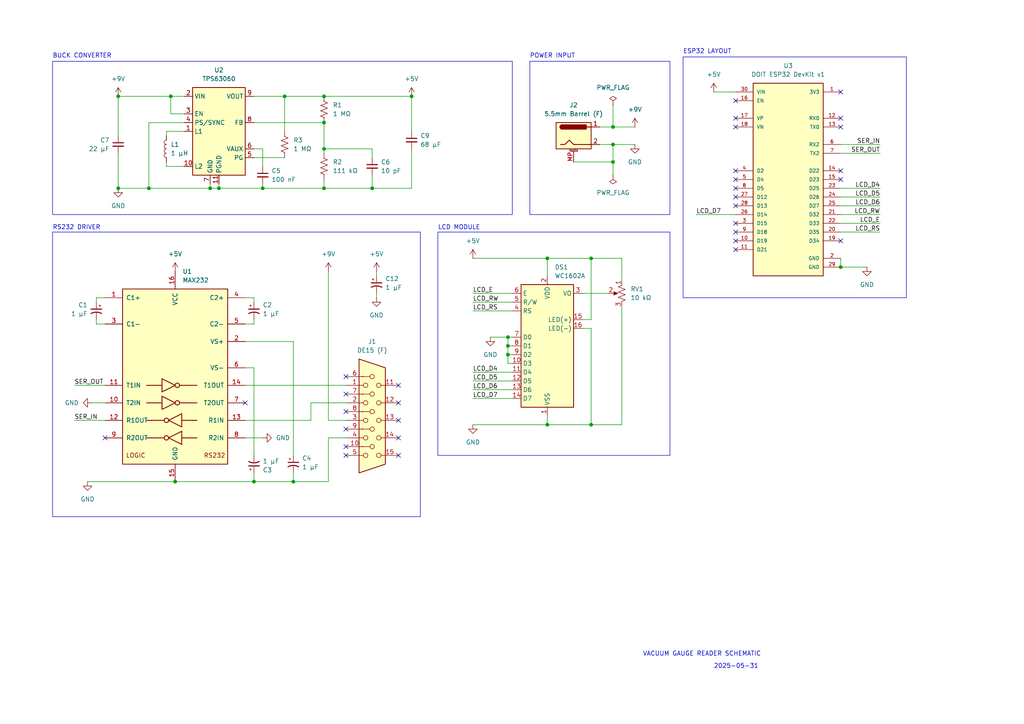
<source format=kicad_sch>
(kicad_sch (version 20250114) (generator "eeschema") (generator_version "9.0")
  (paper "A4")
  (lib_symbols
    (symbol "Connector:Barrel_Jack_MountingPin" (pin_names (hide yes))
      (property "Reference" "J" (at 0 5.334 0))
      (property "Value" "Barrel_Jack_MountingPin" (at 1.27 -6.35 0))
      (symbol "Barrel_Jack_MountingPin_0_1"
        (rectangle (start -5.08 3.81) (end 5.08 -3.81) (stroke (width 0.254)) (fill (type background)))
        (polyline (pts (xy -3.81 -2.54) (xy -2.54 -2.54) (xy -1.27 -1.27) (xy 0 -2.54) (xy 2.54 -2.54) (xy 5.08 -2.54)) (stroke (width 0.254)))
        (arc (start -3.302 1.905) (mid -3.9343 2.54) (end -3.302 3.175) (stroke (width 0.254)))
        (arc (start -3.302 1.905) (mid -3.9343 2.54) (end -3.302 3.175) (stroke (width 0.254)) (fill (type outline)))
        (rectangle (start 3.683 3.175) (end -3.302 1.905) (stroke (width 0.254)) (fill (type outline)))
        (polyline (pts (xy 5.08 2.54) (xy 3.81 2.54)) (stroke (width 0.254)))
      )
      (symbol "Barrel_Jack_MountingPin_1_1"
        (polyline (pts (xy -1.016 -4.572) (xy 1.016 -4.572)) (stroke (width 0.1524)))
        (text "Mounting" (at 0 -4.191 0) (effects (font (size 0.381 0.381))))
        (pin passive line (at 0 -7.62 90) (length 3.048) (name "MountPin") (number "MP"))
        (pin passive line (at 7.62 2.54 180) (length 2.54) (name "~") (number "1"))
        (pin passive line (at 7.62 -2.54 180) (length 2.54) (name "~") (number "2"))
      )
    )
    (symbol "Connector:DE15_Socket_HighDensity" (pin_names (offset 1.016) (hide yes))
      (property "Reference" "J" (at 0 21.59 0))
      (property "Value" "DE15_Socket_HighDensity" (at 0 19.05 0))
      (symbol "DE15_Socket_HighDensity_0_1"
        (polyline (pts (xy -3.81 17.78) (xy -3.81 -15.24) (xy 3.81 -12.7) (xy 3.81 15.24) (xy -3.81 17.78)) (stroke (width 0.254)) (fill (type background)))
        (polyline (pts (xy -3.175 7.62) (xy -0.635 7.62)))
        (circle (center -1.905 10.16) (radius 0.635))
        (circle (center -1.905 5.08) (radius 0.635))
        (circle (center -1.905 0) (radius 0.635))
        (circle (center -1.905 -5.08) (radius 0.635))
        (circle (center -1.905 -10.16) (radius 0.635))
        (polyline (pts (xy -0.635 12.7) (xy -3.175 12.7)))
        (polyline (pts (xy -0.635 2.54) (xy -3.175 2.54)))
        (polyline (pts (xy -0.635 -2.54) (xy -3.175 -2.54)))
        (polyline (pts (xy -0.635 -7.62) (xy -3.175 -7.62)))
        (circle (center 0 12.7) (radius 0.635))
        (circle (center 0 7.62) (radius 0.635))
        (circle (center 0 2.54) (radius 0.635))
        (circle (center 0 -2.54) (radius 0.635))
        (circle (center 0 -7.62) (radius 0.635))
        (circle (center 1.905 10.16) (radius 0.635))
        (circle (center 1.905 5.08) (radius 0.635))
        (circle (center 1.905 0) (radius 0.635))
        (circle (center 1.905 -5.08) (radius 0.635))
        (circle (center 1.905 -10.16) (radius 0.635))
      )
      (symbol "DE15_Socket_HighDensity_1_1"
        (pin passive line (at -7.62 12.7 0) (length 5.08) (name "~") (number "6"))
        (pin passive line (at -7.62 10.16 0) (length 5.08) (name "~") (number "1"))
        (pin passive line (at -7.62 7.62 0) (length 5.08) (name "~") (number "7"))
        (pin passive line (at -7.62 5.08 0) (length 5.08) (name "~") (number "2"))
        (pin passive line (at -7.62 2.54 0) (length 5.08) (name "~") (number "8"))
        (pin passive line (at -7.62 0 0) (length 5.08) (name "~") (number "3"))
        (pin passive line (at -7.62 -2.54 0) (length 5.08) (name "~") (number "9"))
        (pin passive line (at -7.62 -5.08 0) (length 5.08) (name "~") (number "4"))
        (pin passive line (at -7.62 -7.62 0) (length 5.08) (name "~") (number "10"))
        (pin passive line (at -7.62 -10.16 0) (length 5.08) (name "~") (number "5"))
        (pin passive line (at 7.62 10.16 180) (length 5.08) (name "~") (number "11"))
        (pin passive line (at 7.62 5.08 180) (length 5.08) (name "~") (number "12"))
        (pin passive line (at 7.62 0 180) (length 5.08) (name "~") (number "13"))
        (pin passive line (at 7.62 -5.08 180) (length 5.08) (name "~") (number "14"))
        (pin passive line (at 7.62 -10.16 180) (length 5.08) (name "~") (number "15"))
      )
    )
    (symbol "Device:C_Polarized_Small_US" (pin_numbers (hide yes)) (pin_names (offset 0.254) (hide yes))
      (property "Reference" "C" (at 0.254 1.778 0))
      (property "Value" "C_Polarized_Small_US" (at 0.254 -2.032 0))
      (symbol "C_Polarized_Small_US_0_1"
        (polyline (pts (xy -1.524 0.508) (xy 1.524 0.508)) (stroke (width 0.3048)))
        (polyline (pts (xy -1.27 1.524) (xy -0.762 1.524)))
        (polyline (pts (xy -1.016 1.27) (xy -1.016 1.778)))
        (arc (start -1.524 -0.762) (mid 0 -0.3734) (end 1.524 -0.762) (stroke (width 0.3048)))
      )
      (symbol "C_Polarized_Small_US_1_1"
        (pin passive line (at 0 2.54 270) (length 2.032) (name "~") (number "1"))
        (pin passive line (at 0 -2.54 90) (length 2.032) (name "~") (number "2"))
      )
    )
    (symbol "Device:C_Small" (pin_numbers (hide yes)) (pin_names (offset 0.254) (hide yes))
      (property "Reference" "C" (at 0.254 1.778 0))
      (property "Value" "C_Small" (at 0.254 -2.032 0))
      (symbol "C_Small_0_1"
        (polyline (pts (xy -1.524 0.508) (xy 1.524 0.508)) (stroke (width 0.3048)))
        (polyline (pts (xy -1.524 -0.508) (xy 1.524 -0.508)) (stroke (width 0.3302)))
      )
      (symbol "C_Small_1_1"
        (pin passive line (at 0 2.54 270) (length 2.032) (name "~") (number "1"))
        (pin passive line (at 0 -2.54 90) (length 2.032) (name "~") (number "2"))
      )
    )
    (symbol "Device:L" (pin_numbers (hide yes)) (pin_names (offset 1.016) (hide yes))
      (property "Reference" "L" (at -1.27 0 90))
      (property "Value" "L" (at 1.905 0 90))
      (symbol "L_0_1"
        (arc (start 0 2.54) (mid 0.6323 1.905) (end 0 1.27))
        (arc (start 0 1.27) (mid 0.6323 0.635) (end 0 0))
        (arc (start 0 0) (mid 0.6323 -0.635) (end 0 -1.27))
        (arc (start 0 -1.27) (mid 0.6323 -1.905) (end 0 -2.54))
      )
      (symbol "L_1_1"
        (pin passive line (at 0 3.81 270) (length 1.27) (name "1") (number "1"))
        (pin passive line (at 0 -3.81 90) (length 1.27) (name "2") (number "2"))
      )
    )
    (symbol "Device:R_Potentiometer_US" (pin_names (offset 1.016) (hide yes))
      (property "Reference" "RV" (at -4.445 0 90))
      (property "Value" "R_Potentiometer_US" (at -2.54 0 90))
      (symbol "R_Potentiometer_US_0_1"
        (polyline (pts (xy 0 2.54) (xy 0 2.286)))
        (polyline (pts (xy 0 2.286) (xy 1.016 1.905) (xy 0 1.524) (xy -1.016 1.143) (xy 0 0.762)))
        (polyline (pts (xy 0 0.762) (xy 1.016 0.381) (xy 0 0) (xy -1.016 -0.381) (xy 0 -0.762)))
        (polyline (pts (xy 0 -0.762) (xy 1.016 -1.143) (xy 0 -1.524) (xy -1.016 -1.905) (xy 0 -2.286)))
        (polyline (pts (xy 0 -2.286) (xy 0 -2.54)))
        (polyline (pts (xy 1.143 0) (xy 2.286 0.508) (xy 2.286 -0.508) (xy 1.143 0)) (fill (type outline)))
        (polyline (pts (xy 2.54 0) (xy 1.524 0)))
      )
      (symbol "R_Potentiometer_US_1_1"
        (pin passive line (at 0 3.81 270) (length 1.27) (name "1") (number "1"))
        (pin passive line (at 0 -3.81 90) (length 1.27) (name "3") (number "3"))
        (pin passive line (at 3.81 0 180) (length 1.27) (name "2") (number "2"))
      )
    )
    (symbol "Device:R_US" (pin_numbers (hide yes)) (pin_names (offset 0))
      (property "Reference" "R" (at 2.54 0 90))
      (property "Value" "R_US" (at -2.54 0 90))
      (symbol "R_US_0_1"
        (polyline (pts (xy 0 2.286) (xy 0 2.54)))
        (polyline (pts (xy 0 2.286) (xy 1.016 1.905) (xy 0 1.524) (xy -1.016 1.143) (xy 0 0.762)))
        (polyline (pts (xy 0 0.762) (xy 1.016 0.381) (xy 0 0) (xy -1.016 -0.381) (xy 0 -0.762)))
        (polyline (pts (xy 0 -0.762) (xy 1.016 -1.143) (xy 0 -1.524) (xy -1.016 -1.905) (xy 0 -2.286)))
        (polyline (pts (xy 0 -2.286) (xy 0 -2.54)))
      )
      (symbol "R_US_1_1"
        (pin passive line (at 0 3.81 270) (length 1.27) (name "~") (number "1"))
        (pin passive line (at 0 -3.81 90) (length 1.27) (name "~") (number "2"))
      )
    )
    (symbol "Display_Character:WC1602A"
      (property "Reference" "DS" (at -5.842 19.05 0))
      (property "Value" "WC1602A" (at 5.334 19.05 0))
      (symbol "WC1602A_1_1"
        (rectangle (start -7.62 17.78) (end 7.62 -17.78) (stroke (width 0.254)) (fill (type background)))
        (pin input line (at -10.16 15.24 0) (length 2.54) (name "E") (number "6"))
        (pin input line (at -10.16 12.7 0) (length 2.54) (name "R/W") (number "5"))
        (pin input line (at -10.16 10.16 0) (length 2.54) (name "RS") (number "4"))
        (pin input line (at -10.16 2.54 0) (length 2.54) (name "D0") (number "7"))
        (pin input line (at -10.16 0 0) (length 2.54) (name "D1") (number "8"))
        (pin input line (at -10.16 -2.54 0) (length 2.54) (name "D2") (number "9"))
        (pin input line (at -10.16 -5.08 0) (length 2.54) (name "D3") (number "10"))
        (pin input line (at -10.16 -7.62 0) (length 2.54) (name "D4") (number "11"))
        (pin input line (at -10.16 -10.16 0) (length 2.54) (name "D5") (number "12"))
        (pin input line (at -10.16 -12.7 0) (length 2.54) (name "D6") (number "13"))
        (pin input line (at -10.16 -15.24 0) (length 2.54) (name "D7") (number "14"))
        (pin power_in line (at 0 20.32 270) (length 2.54) (name "VDD") (number "2"))
        (pin power_in line (at 0 -20.32 90) (length 2.54) (name "VSS") (number "1"))
        (pin input line (at 10.16 15.24 180) (length 2.54) (name "VO") (number "3"))
        (pin power_in line (at 10.16 7.62 180) (length 2.54) (name "LED(+)") (number "15"))
        (pin power_in line (at 10.16 5.08 180) (length 2.54) (name "LED(-)") (number "16"))
      )
    )
    (symbol "ESP32-DEVKIT-V1:ESP32-DEVKIT-V1" (pin_names (offset 1.016))
      (property "Reference" "U" (at -10.16 30.48 0))
      (property "Value" "ESP32-DEVKIT-V1" (at -10.16 -30.48 0))
      (symbol "ESP32-DEVKIT-V1_0_0"
        (rectangle (start -10.16 -27.94) (end 10.16 27.94) (stroke (width 0.254)) (fill (type background)))
        (pin input line (at -15.24 25.4 0) (length 5.08) (name "VIN") (number "30"))
        (pin input line (at -15.24 22.86 0) (length 5.08) (name "EN") (number "16"))
        (pin bidirectional line (at -15.24 17.78 0) (length 5.08) (name "VP") (number "17"))
        (pin bidirectional line (at -15.24 15.24 0) (length 5.08) (name "VN") (number "18"))
        (pin bidirectional line (at -15.24 2.54 0) (length 5.08) (name "D2") (number "4"))
        (pin bidirectional line (at -15.24 0 0) (length 5.08) (name "D4") (number "5"))
        (pin bidirectional line (at -15.24 -2.54 0) (length 5.08) (name "D5") (number "8"))
        (pin bidirectional line (at -15.24 -5.08 0) (length 5.08) (name "D12") (number "27"))
        (pin bidirectional line (at -15.24 -7.62 0) (length 5.08) (name "D13") (number "28"))
        (pin bidirectional line (at -15.24 -10.16 0) (length 5.08) (name "D14") (number "26"))
        (pin bidirectional line (at -15.24 -12.7 0) (length 5.08) (name "D15") (number "3"))
        (pin bidirectional line (at -15.24 -15.24 0) (length 5.08) (name "D18") (number "9"))
        (pin bidirectional line (at -15.24 -17.78 0) (length 5.08) (name "D19") (number "10"))
        (pin bidirectional line (at -15.24 -20.32 0) (length 5.08) (name "D21") (number "11"))
        (pin output line (at 15.24 25.4 180) (length 5.08) (name "3V3") (number "1"))
        (pin input line (at 15.24 17.78 180) (length 5.08) (name "RX0") (number "12"))
        (pin output line (at 15.24 15.24 180) (length 5.08) (name "TX0") (number "13"))
        (pin input line (at 15.24 10.16 180) (length 5.08) (name "RX2") (number "6"))
        (pin output line (at 15.24 7.62 180) (length 5.08) (name "TX2") (number "7"))
        (pin bidirectional line (at 15.24 2.54 180) (length 5.08) (name "D22") (number "14"))
        (pin bidirectional line (at 15.24 0 180) (length 5.08) (name "D23") (number "15"))
        (pin bidirectional line (at 15.24 -2.54 180) (length 5.08) (name "D25") (number "23"))
        (pin bidirectional line (at 15.24 -5.08 180) (length 5.08) (name "D26") (number "24"))
        (pin bidirectional line (at 15.24 -7.62 180) (length 5.08) (name "D27") (number "25"))
        (pin bidirectional line (at 15.24 -10.16 180) (length 5.08) (name "D32") (number "21"))
        (pin bidirectional line (at 15.24 -12.7 180) (length 5.08) (name "D33") (number "22"))
        (pin bidirectional line (at 15.24 -15.24 180) (length 5.08) (name "D35") (number "20"))
        (pin bidirectional line (at 15.24 -17.78 180) (length 5.08) (name "D34") (number "19"))
        (pin power_in line (at 15.24 -22.86 180) (length 5.08) (name "GND") (number "2"))
        (pin power_in line (at 15.24 -25.4 180) (length 5.08) (name "GND") (number "29"))
      )
    )
    (symbol "Interface_UART:MAX232" (pin_names (offset 1.016))
      (property "Reference" "U" (at -2.54 28.575 0))
      (property "Value" "MAX232" (at -2.54 26.67 0))
      (symbol "MAX232_0_0"
        (text "LOGIC" (at -11.43 -22.86 0) (effects (font (size 1.27 1.27))))
        (text "RS232" (at 11.43 -22.86 0) (effects (font (size 1.27 1.27))))
      )
      (symbol "MAX232_0_1"
        (rectangle (start -15.24 -25.4) (end 15.24 25.4) (stroke (width 0.254)) (fill (type background)))
        (polyline (pts (xy -3.81 -0.635) (xy -3.81 -4.445) (xy 0 -2.54) (xy -3.81 -0.635)) (stroke (width 0.254)))
        (polyline (pts (xy -3.81 -2.54) (xy -8.255 -2.54)) (stroke (width 0.254)))
        (polyline (pts (xy -3.81 -5.715) (xy -3.81 -9.525) (xy 0 -7.62) (xy -3.81 -5.715)) (stroke (width 0.254)))
        (polyline (pts (xy -3.81 -7.62) (xy -8.255 -7.62)) (stroke (width 0.254)))
        (polyline (pts (xy -3.175 -12.7) (xy -8.255 -12.7)) (stroke (width 0.254)))
        (polyline (pts (xy -3.175 -17.78) (xy -8.255 -17.78)) (stroke (width 0.254)))
        (circle (center -2.54 -12.7) (radius 0.635) (stroke (width 0.254)))
        (circle (center -2.54 -17.78) (radius 0.635) (stroke (width 0.254)))
        (circle (center 0.635 -2.54) (radius 0.635) (stroke (width 0.254)))
        (circle (center 0.635 -7.62) (radius 0.635) (stroke (width 0.254)))
        (polyline (pts (xy 1.27 -2.54) (xy 6.35 -2.54)) (stroke (width 0.254)))
        (polyline (pts (xy 1.27 -7.62) (xy 6.35 -7.62)) (stroke (width 0.254)))
        (polyline (pts (xy 1.905 -10.795) (xy 1.905 -14.605) (xy -1.905 -12.7) (xy 1.905 -10.795)) (stroke (width 0.254)))
        (polyline (pts (xy 1.905 -12.7) (xy 6.35 -12.7)) (stroke (width 0.254)))
        (polyline (pts (xy 1.905 -15.875) (xy 1.905 -19.685) (xy -1.905 -17.78) (xy 1.905 -15.875)) (stroke (width 0.254)))
        (polyline (pts (xy 1.905 -17.78) (xy 6.35 -17.78)) (stroke (width 0.254)))
      )
      (symbol "MAX232_1_1"
        (pin passive line (at -20.32 22.86 0) (length 5.08) (name "C1+") (number "1"))
        (pin passive line (at -20.32 15.24 0) (length 5.08) (name "C1-") (number "3"))
        (pin input line (at -20.32 -2.54 0) (length 5.08) (name "T1IN") (number "11"))
        (pin input line (at -20.32 -7.62 0) (length 5.08) (name "T2IN") (number "10"))
        (pin output line (at -20.32 -12.7 0) (length 5.08) (name "R1OUT") (number "12"))
        (pin output line (at -20.32 -17.78 0) (length 5.08) (name "R2OUT") (number "9"))
        (pin power_in line (at 0 30.48 270) (length 5.08) (name "VCC") (number "16"))
        (pin power_in line (at 0 -30.48 90) (length 5.08) (name "GND") (number "15"))
        (pin passive line (at 20.32 22.86 180) (length 5.08) (name "C2+") (number "4"))
        (pin passive line (at 20.32 15.24 180) (length 5.08) (name "C2-") (number "5"))
        (pin power_out line (at 20.32 10.16 180) (length 5.08) (name "VS+") (number "2"))
        (pin power_out line (at 20.32 2.54 180) (length 5.08) (name "VS-") (number "6"))
        (pin output line (at 20.32 -2.54 180) (length 5.08) (name "T1OUT") (number "14"))
        (pin output line (at 20.32 -7.62 180) (length 5.08) (name "T2OUT") (number "7"))
        (pin input line (at 20.32 -12.7 180) (length 5.08) (name "R1IN") (number "13"))
        (pin input line (at 20.32 -17.78 180) (length 5.08) (name "R2IN") (number "8"))
      )
    )
    (symbol "Regulator_Switching:TPS63060"
      (property "Reference" "U" (at -7.62 13.97 0))
      (property "Value" "TPS63060" (at 2.54 13.97 0))
      (symbol "TPS63060_0_1"
        (rectangle (start -7.62 12.7) (end 7.62 -12.7) (stroke (width 0.254)) (fill (type background)))
      )
      (symbol "TPS63060_1_1"
        (pin power_in line (at -10.16 10.16 0) (length 2.54) (name "VIN") (number "2"))
        (pin input line (at -10.16 5.08 0) (length 2.54) (name "EN") (number "3"))
        (pin input line (at -10.16 2.54 0) (length 2.54) (name "PS/SYNC") (number "4"))
        (pin input line (at -10.16 0 0) (length 2.54) (name "L1") (number "1"))
        (pin input line (at -10.16 -10.16 0) (length 2.54) (name "L2") (number "10"))
        (pin power_in line (at -2.54 -15.24 90) (length 2.54) (name "GND") (number "7"))
        (pin power_in line (at 0 -15.24 90) (length 2.54) (name "PGND") (number "11"))
        (pin power_out line (at 10.16 10.16 180) (length 2.54) (name "VOUT") (number "9"))
        (pin input line (at 10.16 2.54 180) (length 2.54) (name "FB") (number "8"))
        (pin passive line (at 10.16 -5.08 180) (length 2.54) (name "VAUX") (number "6"))
        (pin output line (at 10.16 -7.62 180) (length 2.54) (name "PG") (number "5"))
      )
    )
    (symbol "power:+5V" (power) (pin_numbers (hide yes)) (pin_names (offset 0) (hide yes))
      (property "Value" "+5V" (at 0 3.556 0))
      (symbol "+5V_0_1"
        (polyline (pts (xy -0.762 1.27) (xy 0 2.54)))
        (polyline (pts (xy 0 2.54) (xy 0.762 1.27)))
        (polyline (pts (xy 0 0) (xy 0 2.54)))
      )
      (symbol "+5V_1_1"
        (pin power_in line (at 0 0 90) (length 0) (name "~") (number "1"))
      )
    )
    (symbol "power:+9V" (power) (pin_numbers (hide yes)) (pin_names (offset 0) (hide yes))
      (property "Value" "+9V" (at 0 3.556 0))
      (symbol "+9V_0_1"
        (polyline (pts (xy -0.762 1.27) (xy 0 2.54)))
        (polyline (pts (xy 0 2.54) (xy 0.762 1.27)))
        (polyline (pts (xy 0 0) (xy 0 2.54)))
      )
      (symbol "+9V_1_1"
        (pin power_in line (at 0 0 90) (length 0) (name "~") (number "1"))
      )
    )
    (symbol "power:GND" (power) (pin_numbers (hide yes)) (pin_names (offset 0) (hide yes))
      (property "Value" "GND" (at 0 -3.81 0))
      (symbol "GND_0_1"
        (polyline (pts (xy 0 0) (xy 0 -1.27) (xy 1.27 -1.27) (xy 0 -2.54) (xy -1.27 -1.27) (xy 0 -1.27)))
      )
      (symbol "GND_1_1"
        (pin power_in line (at 0 0 270) (length 0) (name "~") (number "1"))
      )
    )
    (symbol "power:PWR_FLAG" (power) (pin_numbers (hide yes)) (pin_names (offset 0) (hide yes))
      (property "Value" "PWR_FLAG" (at 0 3.81 0))
      (symbol "PWR_FLAG_0_0"
        (pin power_out line (at 0 0 90) (length 0) (name "~") (number "1"))
      )
      (symbol "PWR_FLAG_0_1"
        (polyline (pts (xy 0 0) (xy 0 1.27) (xy -1.016 1.905) (xy 0 2.54) (xy 1.016 1.905) (xy 0 1.27)))
      )
    )
  )
  (rectangle (start 15.24 17.78) (end 148.59 62.23))
  (rectangle (start 15.24 67.31) (end 121.92 149.86))
  (rectangle (start 153.67 17.78) (end 194.31 62.23))
  (rectangle (start 198.12 16.51) (end 262.89 86.36))
  (rectangle (start 127 67.31) (end 194.31 132.08))
  (text "POWER INPUT" (at 153.67 17.018 0) (effects (font (size 1.27 1.27)) (justify left bottom)))
  (text "ESP32 LAYOUT" (at 198.12 15.748 0) (effects (font (size 1.27 1.27)) (justify left bottom)))
  (text "RS232 DRIVER" (at 15.24 66.802 0) (effects (font (size 1.27 1.27)) (justify left bottom)))
  (text "BUCK CONVERTER" (at 15.24 17.018 0) (effects (font (size 1.27 1.27)) (justify left bottom)))
  (text "LCD MODULE" (at 127 66.802 0) (effects (font (size 1.27 1.27)) (justify left bottom)))
  (text "2025-05-31" (at 207.01 193.294 0) (effects (font (size 1.27 1.27)) (justify left)))
  (text "VACUUM GAUGE READER SCHEMATIC" (at 186.436 189.738 0) (effects (font (size 1.27 1.27)) (justify left)))
  (junction (at 119.38 27.94))
  (junction (at 177.8 36.83))
  (junction (at 82.55 27.94))
  (junction (at 43.18 54.61))
  (junction (at 93.98 27.94))
  (junction (at 147.32 97.79))
  (junction (at 158.75 123.19))
  (junction (at 85.09 139.7))
  (junction (at 177.8 41.91))
  (junction (at 93.98 54.61))
  (junction (at 76.2 54.61))
  (junction (at 63.5 54.61))
  (junction (at 147.32 100.33))
  (junction (at 177.8 46.99))
  (junction (at 73.66 139.7))
  (junction (at 34.29 54.61))
  (junction (at 107.95 54.61))
  (junction (at 171.45 123.19))
  (junction (at 50.8 139.7))
  (junction (at 93.98 43.18))
  (junction (at 49.53 27.94))
  (junction (at 93.98 35.56))
  (junction (at 171.45 74.93))
  (junction (at 60.96 54.61))
  (junction (at 243.84 77.47))
  (junction (at 34.29 27.94))
  (junction (at 158.75 74.93))
  (junction (at 147.32 102.87))
  (no_connect (at 213.36 72.39))
  (no_connect (at 100.33 114.3))
  (no_connect (at 213.36 49.53))
  (no_connect (at 213.36 59.69))
  (no_connect (at 213.36 64.77))
  (no_connect (at 100.33 129.54))
  (no_connect (at 213.36 67.31))
  (no_connect (at 213.36 54.61))
  (no_connect (at 115.57 132.08))
  (no_connect (at 243.84 69.85))
  (no_connect (at 100.33 109.22))
  (no_connect (at 243.84 49.53))
  (no_connect (at 243.84 26.67))
  (no_connect (at 115.57 111.76))
  (no_connect (at 243.84 34.29))
  (no_connect (at 115.57 116.84))
  (no_connect (at 213.36 52.07))
  (no_connect (at 71.12 116.84))
  (no_connect (at 100.33 132.08))
  (no_connect (at 115.57 127))
  (no_connect (at 100.33 119.38))
  (no_connect (at 213.36 36.83))
  (no_connect (at 213.36 34.29))
  (no_connect (at 115.57 121.92))
  (no_connect (at 100.33 124.46))
  (no_connect (at 243.84 52.07))
  (no_connect (at 213.36 29.21))
  (no_connect (at 30.48 127))
  (no_connect (at 243.84 36.83))
  (no_connect (at 213.36 57.15))
  (no_connect (at 213.36 69.85))
  (wire (pts (xy 137.16 74.93) (xy 158.75 74.93)))
  (wire (pts (xy 85.09 139.7) (xy 95.25 139.7)))
  (wire (pts (xy 137.16 90.17) (xy 148.59 90.17)))
  (wire (pts (xy 137.16 115.57) (xy 148.59 115.57)))
  (wire (pts (xy 73.66 93.98) (xy 71.12 93.98)))
  (wire (pts (xy 49.53 27.94) (xy 53.34 27.94)))
  (wire (pts (xy 243.84 74.93) (xy 243.84 77.47)))
  (wire (pts (xy 73.66 87.63) (xy 73.66 86.36)))
  (wire (pts (xy 34.29 27.94) (xy 34.29 39.37)))
  (wire (pts (xy 158.75 123.19) (xy 171.45 123.19)))
  (wire (pts (xy 100.33 116.84) (xy 90.17 116.84)))
  (wire (pts (xy 93.98 43.18) (xy 93.98 44.45)))
  (wire (pts (xy 171.45 92.71) (xy 168.91 92.71)))
  (wire (pts (xy 93.98 54.61) (xy 93.98 52.07)))
  (wire (pts (xy 166.37 46.99) (xy 177.8 46.99)))
  (wire (pts (xy 85.09 137.16) (xy 85.09 139.7)))
  (wire (pts (xy 85.09 99.06) (xy 85.09 132.08)))
  (wire (pts (xy 34.29 54.61) (xy 43.18 54.61)))
  (wire (pts (xy 137.16 85.09) (xy 148.59 85.09)))
  (wire (pts (xy 243.84 57.15) (xy 255.27 57.15)))
  (wire (pts (xy 109.22 78.74) (xy 109.22 80.01)))
  (wire (pts (xy 71.12 106.68) (xy 73.66 106.68)))
  (wire (pts (xy 177.8 46.99) (xy 177.8 50.8)))
  (wire (pts (xy 243.84 54.61) (xy 255.27 54.61)))
  (wire (pts (xy 119.38 27.94) (xy 119.38 38.1)))
  (wire (pts (xy 158.75 74.93) (xy 171.45 74.93)))
  (wire (pts (xy 95.25 121.92) (xy 100.33 121.92)))
  (wire (pts (xy 147.32 105.41) (xy 148.59 105.41)))
  (wire (pts (xy 171.45 123.19) (xy 180.34 123.19)))
  (wire (pts (xy 147.32 97.79) (xy 148.59 97.79)))
  (wire (pts (xy 26.67 116.84) (xy 30.48 116.84)))
  (wire (pts (xy 60.96 54.61) (xy 63.5 54.61)))
  (wire (pts (xy 73.66 35.56) (xy 93.98 35.56)))
  (wire (pts (xy 43.18 54.61) (xy 60.96 54.61)))
  (wire (pts (xy 147.32 100.33) (xy 147.32 102.87)))
  (wire (pts (xy 158.75 74.93) (xy 158.75 80.01)))
  (wire (pts (xy 21.59 111.76) (xy 30.48 111.76)))
  (wire (pts (xy 107.95 45.72) (xy 107.95 43.18)))
  (wire (pts (xy 95.25 78.74) (xy 95.25 121.92)))
  (wire (pts (xy 73.66 139.7) (xy 85.09 139.7)))
  (wire (pts (xy 177.8 41.91) (xy 177.8 46.99)))
  (wire (pts (xy 25.4 139.7) (xy 50.8 139.7)))
  (wire (pts (xy 177.8 41.91) (xy 184.15 41.91)))
  (wire (pts (xy 243.84 59.69) (xy 255.27 59.69)))
  (wire (pts (xy 73.66 45.72) (xy 82.55 45.72)))
  (wire (pts (xy 82.55 27.94) (xy 93.98 27.94)))
  (wire (pts (xy 73.66 43.18) (xy 76.2 43.18)))
  (wire (pts (xy 27.94 93.98) (xy 30.48 93.98)))
  (wire (pts (xy 34.29 44.45) (xy 34.29 54.61)))
  (wire (pts (xy 180.34 88.9) (xy 180.34 123.19)))
  (wire (pts (xy 73.66 137.16) (xy 73.66 139.7)))
  (wire (pts (xy 107.95 43.18) (xy 93.98 43.18)))
  (wire (pts (xy 76.2 54.61) (xy 76.2 53.34)))
  (wire (pts (xy 71.12 111.76) (xy 100.33 111.76)))
  (wire (pts (xy 171.45 74.93) (xy 171.45 92.71)))
  (wire (pts (xy 76.2 43.18) (xy 76.2 48.26)))
  (wire (pts (xy 49.53 33.02) (xy 53.34 33.02)))
  (wire (pts (xy 43.18 35.56) (xy 43.18 54.61)))
  (wire (pts (xy 48.26 38.1) (xy 53.34 38.1)))
  (wire (pts (xy 90.17 116.84) (xy 90.17 121.92)))
  (wire (pts (xy 93.98 54.61) (xy 107.95 54.61)))
  (wire (pts (xy 177.8 36.83) (xy 184.15 36.83)))
  (wire (pts (xy 201.93 62.23) (xy 213.36 62.23)))
  (wire (pts (xy 100.33 127) (xy 95.25 127)))
  (wire (pts (xy 95.25 127) (xy 95.25 139.7)))
  (wire (pts (xy 171.45 95.25) (xy 171.45 123.19)))
  (wire (pts (xy 243.84 62.23) (xy 255.27 62.23)))
  (wire (pts (xy 142.24 97.79) (xy 147.32 97.79)))
  (wire (pts (xy 73.66 92.71) (xy 73.66 93.98)))
  (wire (pts (xy 27.94 87.63) (xy 27.94 86.36)))
  (wire (pts (xy 137.16 113.03) (xy 148.59 113.03)))
  (wire (pts (xy 107.95 50.8) (xy 107.95 54.61)))
  (wire (pts (xy 207.01 26.67) (xy 213.36 26.67)))
  (wire (pts (xy 71.12 86.36) (xy 73.66 86.36)))
  (wire (pts (xy 21.59 121.92) (xy 30.48 121.92)))
  (wire (pts (xy 119.38 43.18) (xy 119.38 54.61)))
  (wire (pts (xy 73.66 106.68) (xy 73.66 132.08)))
  (wire (pts (xy 71.12 127) (xy 76.2 127)))
  (wire (pts (xy 177.8 30.48) (xy 177.8 36.83)))
  (wire (pts (xy 93.98 35.56) (xy 93.98 43.18)))
  (wire (pts (xy 147.32 102.87) (xy 148.59 102.87)))
  (wire (pts (xy 180.34 81.28) (xy 180.34 74.93)))
  (wire (pts (xy 109.22 85.09) (xy 109.22 86.36)))
  (wire (pts (xy 168.91 95.25) (xy 171.45 95.25)))
  (wire (pts (xy 243.84 67.31) (xy 255.27 67.31)))
  (wire (pts (xy 63.5 54.61) (xy 76.2 54.61)))
  (wire (pts (xy 147.32 102.87) (xy 147.32 105.41)))
  (wire (pts (xy 73.66 27.94) (xy 82.55 27.94)))
  (wire (pts (xy 50.8 139.7) (xy 73.66 139.7)))
  (wire (pts (xy 243.84 41.91) (xy 255.27 41.91)))
  (wire (pts (xy 82.55 27.94) (xy 82.55 38.1)))
  (wire (pts (xy 63.5 53.34) (xy 63.5 54.61)))
  (wire (pts (xy 76.2 54.61) (xy 93.98 54.61)))
  (wire (pts (xy 173.99 41.91) (xy 177.8 41.91)))
  (wire (pts (xy 27.94 92.71) (xy 27.94 93.98)))
  (wire (pts (xy 137.16 110.49) (xy 148.59 110.49)))
  (wire (pts (xy 171.45 74.93) (xy 180.34 74.93)))
  (wire (pts (xy 147.32 100.33) (xy 148.59 100.33)))
  (wire (pts (xy 34.29 27.94) (xy 49.53 27.94)))
  (wire (pts (xy 168.91 85.09) (xy 176.53 85.09)))
  (wire (pts (xy 48.26 39.37) (xy 48.26 38.1)))
  (wire (pts (xy 60.96 54.61) (xy 60.96 53.34)))
  (wire (pts (xy 49.53 27.94) (xy 49.53 33.02)))
  (wire (pts (xy 71.12 99.06) (xy 85.09 99.06)))
  (wire (pts (xy 158.75 123.19) (xy 158.75 120.65)))
  (wire (pts (xy 90.17 121.92) (xy 71.12 121.92)))
  (wire (pts (xy 137.16 107.95) (xy 148.59 107.95)))
  (wire (pts (xy 137.16 123.19) (xy 158.75 123.19)))
  (wire (pts (xy 119.38 54.61) (xy 107.95 54.61)))
  (wire (pts (xy 53.34 35.56) (xy 43.18 35.56)))
  (wire (pts (xy 48.26 48.26) (xy 53.34 48.26)))
  (wire (pts (xy 243.84 64.77) (xy 255.27 64.77)))
  (wire (pts (xy 137.16 87.63) (xy 148.59 87.63)))
  (wire (pts (xy 27.94 86.36) (xy 30.48 86.36)))
  (wire (pts (xy 93.98 27.94) (xy 119.38 27.94)))
  (wire (pts (xy 48.26 46.99) (xy 48.26 48.26)))
  (wire (pts (xy 173.99 36.83) (xy 177.8 36.83)))
  (wire (pts (xy 243.84 77.47) (xy 251.46 77.47)))
  (wire (pts (xy 147.32 97.79) (xy 147.32 100.33)))
  (wire (pts (xy 243.84 44.45) (xy 255.27 44.45)))
  (label "LCD_D7" (at 137.16 115.57 0))
  (label "LCD_RS" (at 255.27 67.31 180))
  (label "LCD_RW" (at 137.16 87.63 0))
  (label "LCD_RW" (at 255.27 62.23 180))
  (label "SER_OUT" (at 21.59 111.76 0))
  (label "LCD_D6" (at 137.16 113.03 0))
  (label "LCD_D7" (at 201.93 62.23 0))
  (label "LCD_E" (at 137.16 85.09 0))
  (label "SER_IN" (at 21.59 121.92 0))
  (label "SER_IN" (at 255.27 41.91 180))
  (label "LCD_D5" (at 137.16 110.49 0))
  (label "SER_OUT" (at 255.27 44.45 180))
  (label "LCD_D5" (at 255.27 57.15 180))
  (label "LCD_D4" (at 255.27 54.61 180))
  (label "LCD_E" (at 255.27 64.77 180))
  (label "LCD_RS" (at 137.16 90.17 0))
  (label "LCD_D4" (at 137.16 107.95 0))
  (label "LCD_D6" (at 255.27 59.69 180))
  (symbol (lib_id "Device:R_US") (at 93.98 31.75 0) (unit 1)
    (property "Reference" "R1" (at 96.52 30.4799 0) (effects (justify left)))
    (property "Value" "1 MΩ" (at 96.52 33.0199 0) (effects (justify left)))
    (property "Footprint" "Resistor_SMD:R_0805_2012Metric_Pad1.20x1.40mm_HandSolder" (effects (hide yes)))
    (property "Description" "Resistor, US symbol" (effects (hide yes)))
  )
  (symbol (lib_id "power:PWR_FLAG") (at 177.8 30.48 0) (unit 1)
    (property "Reference" "#FLG01" (effects (hide yes)))
    (property "Value" "PWR_FLAG" (at 177.8 25.4 0))
    (property "Description" "Special symbol for telling ERC where power comes from" (effects (hide yes)))
  )
  (symbol (lib_id "power:+9V") (at 95.25 78.74 0) (unit 1)
    (property "Reference" "#PWR01" (effects (hide yes)))
    (property "Value" "+9V" (at 95.25 73.66 0))
    (property "Description" "Power symbol creates a global label with name \"+9V\"" (effects (hide yes)))
  )
  (symbol (lib_id "Device:R_US") (at 93.98 48.26 0) (unit 1)
    (property "Reference" "R2" (at 96.52 46.9899 0) (effects (justify left)))
    (property "Value" "111 kΩ" (at 96.52 49.5299 0) (effects (justify left)))
    (property "Footprint" "Resistor_SMD:R_0805_2012Metric_Pad1.20x1.40mm_HandSolder" (effects (hide yes)))
    (property "Description" "Resistor, US symbol" (effects (hide yes)))
  )
  (symbol (lib_id "Display_Character:WC1602A") (at 158.75 100.33 0) (unit 1)
    (property "Reference" "DS1" (at 160.8933 77.47 0) (effects (justify left)))
    (property "Value" "WC1602A" (at 160.8933 80.01 0) (effects (justify left)))
    (property "Footprint" "Display:WC1602A" (effects (hide yes)))
    (property "Datasheet" "http://www.wincomlcd.com/pdf/WC1602A-SFYLYHTC06.pdf" (effects (hide yes)))
    (property "Description" "LCD 16x2 Alphanumeric , 8 bit parallel bus, 5V VDD" (effects (hide yes)))
  )
  (symbol (lib_id "Device:R_Potentiometer_US") (at 180.34 85.09 0) (mirror y) (unit 1)
    (property "Reference" "RV1" (at 182.88 83.8199 0) (effects (justify right)))
    (property "Value" "10 kΩ" (at 182.88 86.3599 0) (effects (justify right)))
    (property "Footprint" "Kyocera_AVX601030:601030_AVX" (effects (hide yes)))
    (property "Description" "Potentiometer, US symbol" (effects (hide yes)))
  )
  (symbol (lib_id "Connector:Barrel_Jack_MountingPin") (at 166.37 39.37 0) (unit 1)
    (property "Reference" "J2" (at 166.37 30.48 0))
    (property "Value" "5.5mm Barrel (F)" (at 166.37 33.02 0))
    (property "Footprint" "SameSky_PJ-002B:CUI_PJ-002B" (effects (hide yes)))
    (property "Description" "DC Barrel Jack with a mounting pin" (effects (hide yes)))
  )
  (symbol (lib_id "power:GND") (at 251.46 77.47 0) (unit 1)
    (property "Reference" "#PWR012" (effects (hide yes)))
    (property "Value" "GND" (at 251.46 82.55 0))
    (property "Description" "Power symbol creates a global label with name \"GND\" , ground" (effects (hide yes)))
  )
  (symbol (lib_id "power:GND") (at 142.24 97.79 0) (unit 1)
    (property "Reference" "#PWR017" (effects (hide yes)))
    (property "Value" "GND" (at 142.24 102.87 0))
    (property "Description" "Power symbol creates a global label with name \"GND\" , ground" (effects (hide yes)))
  )
  (symbol (lib_id "power:GND") (at 25.4 139.7 0) (unit 1)
    (property "Reference" "#PWR02" (effects (hide yes)))
    (property "Value" "GND" (at 25.4 144.78 0))
    (property "Description" "Power symbol creates a global label with name \"GND\" , ground" (effects (hide yes)))
  )
  (symbol (lib_id "Connector:DE15_Socket_HighDensity") (at 107.95 121.92 0) (unit 1)
    (property "Reference" "J1" (at 107.95 99.06 0))
    (property "Value" "DE15 (F)" (at 107.95 101.6 0))
    (property "Footprint" "Connector_Dsub:DSUB-15-HD_Socket_Horizontal_P2.29x2.54mm_EdgePinOffset8.35mm_Housed_MountingHolesOffset10.89mm" (effects (hide yes)))
    (property "Description" "15-pin D-SUB connector, socket (female), High density (3 columns), Triple Row, Generic, VGA-connector" (effects (hide yes)))
  )
  (symbol (lib_id "power:+5V") (at 137.16 74.93 0) (unit 1)
    (property "Reference" "#PWR08" (effects (hide yes)))
    (property "Value" "+5V" (at 137.16 69.85 0))
    (property "Description" "Power symbol creates a global label with name \"+5V\"" (effects (hide yes)))
  )
  (symbol (lib_id "power:+9V") (at 34.29 27.94 0) (unit 1)
    (property "Reference" "#PWR03" (effects (hide yes)))
    (property "Value" "+9V" (at 34.29 22.86 0))
    (property "Description" "Power symbol creates a global label with name \"+9V\"" (effects (hide yes)))
  )
  (symbol (lib_id "power:GND") (at 184.15 41.91 0) (unit 1)
    (property "Reference" "#PWR09" (effects (hide yes)))
    (property "Value" "GND" (at 184.15 46.99 0))
    (property "Description" "Power symbol creates a global label with name \"GND\" , ground" (effects (hide yes)))
  )
  (symbol (lib_id "Regulator_Switching:TPS63060") (at 63.5 38.1 0) (unit 1)
    (property "Reference" "U2" (at 63.5 20.32 0))
    (property "Value" "TPS63060" (at 63.5 22.86 0))
    (property "Footprint" "Package_SON:Texas_S-PWSON-N10_ThermalVias" (effects (hide yes)))
    (property "Datasheet" "http://www.ti.com/lit/ds/symlink/tps63060.pdf" (effects (hide yes)))
    (property "Description" "Buck-Boost Converter, 2.5-12V Input Voltage, 2-A Switch Current, Adjustable 2.5-8V Output Voltage, S-PWSON-N10" (effects (hide yes)))
  )
  (symbol (lib_id "power:+5V") (at 119.38 27.94 0) (unit 1)
    (property "Reference" "#PWR06" (effects (hide yes)))
    (property "Value" "+5V" (at 119.38 22.86 0))
    (property "Description" "Power symbol creates a global label with name \"+5V\"" (effects (hide yes)))
  )
  (symbol (lib_id "Device:L") (at 48.26 43.18 0) (mirror y) (unit 1)
    (property "Reference" "L1" (at 49.53 41.9099 0) (effects (justify right)))
    (property "Value" "1 μH" (at 49.53 44.4499 0) (effects (justify right)))
    (property "Footprint" "Inductor_SMD:L_1210_3225Metric_Pad1.42x2.65mm_HandSolder" (effects (hide yes)))
    (property "Description" "Inductor" (effects (hide yes)))
  )
  (symbol (lib_id "Device:C_Small") (at 76.2 50.8 0) (unit 1)
    (property "Reference" "C5" (at 78.74 49.5362 0) (effects (justify left)))
    (property "Value" "100 nF" (at 78.74 52.0762 0) (effects (justify left)))
    (property "Footprint" "Capacitor_SMD:C_0805_2012Metric_Pad1.18x1.45mm_HandSolder" (effects (hide yes)))
    (property "Description" "Unpolarized capacitor, small symbol" (effects (hide yes)))
  )
  (symbol (lib_id "power:GND") (at 34.29 54.61 0) (unit 1)
    (property "Reference" "#PWR04" (effects (hide yes)))
    (property "Value" "GND" (at 34.29 59.69 0))
    (property "Description" "Power symbol creates a global label with name \"GND\" , ground" (effects (hide yes)))
  )
  (symbol (lib_id "Device:C_Polarized_Small_US") (at 85.09 134.62 0) (unit 1)
    (property "Reference" "C4" (at 87.63 132.9181 0) (effects (justify left)))
    (property "Value" "1 μF" (at 87.63 135.4581 0) (effects (justify left)))
    (property "Footprint" "Capacitor_SMD:C_0805_2012Metric_Pad1.18x1.45mm_HandSolder" (effects (hide yes)))
    (property "Description" "Polarized capacitor, small US symbol" (effects (hide yes)))
  )
  (symbol (lib_id "power:+5V") (at 50.8 78.74 0) (unit 1)
    (property "Reference" "#PWR07" (effects (hide yes)))
    (property "Value" "+5V" (at 50.8 73.66 0))
    (property "Description" "Power symbol creates a global label with name \"+5V\"" (effects (hide yes)))
  )
  (symbol (lib_id "power:+5V") (at 109.22 78.74 0) (unit 1)
    (property "Reference" "#PWR013" (effects (hide yes)))
    (property "Value" "+5V" (at 109.22 73.66 0))
    (property "Description" "Power symbol creates a global label with name \"+5V\"" (effects (hide yes)))
  )
  (symbol (lib_id "power:+5V") (at 207.01 26.67 0) (unit 1)
    (property "Reference" "#PWR011" (effects (hide yes)))
    (property "Value" "+5V" (at 207.01 21.59 0))
    (property "Description" "Power symbol creates a global label with name \"+5V\"" (effects (hide yes)))
  )
  (symbol (lib_id "power:GND") (at 26.67 116.84 270) (unit 1)
    (property "Reference" "#PWR015" (effects (hide yes)))
    (property "Value" "GND" (at 22.86 116.8399 90) (effects (justify right)))
    (property "Description" "Power symbol creates a global label with name \"GND\" , ground" (effects (hide yes)))
  )
  (symbol (lib_id "Device:C_Small") (at 34.29 41.91 0) (mirror y) (unit 1)
    (property "Reference" "C7" (at 31.75 40.6462 0) (effects (justify left)))
    (property "Value" "22 μF" (at 31.75 43.1862 0) (effects (justify left)))
    (property "Footprint" "Capacitor_SMD:C_0805_2012Metric_Pad1.18x1.45mm_HandSolder" (effects (hide yes)))
    (property "Description" "Unpolarized capacitor, small symbol" (effects (hide yes)))
  )
  (symbol (lib_id "Device:C_Polarized_Small_US") (at 73.66 90.17 0) (unit 1)
    (property "Reference" "C2" (at 76.2 88.4681 0) (effects (justify left)))
    (property "Value" "1 μF" (at 76.2 91.0081 0) (effects (justify left)))
    (property "Footprint" "Capacitor_SMD:C_0805_2012Metric_Pad1.18x1.45mm_HandSolder" (effects (hide yes)))
    (property "Description" "Polarized capacitor, small US symbol" (effects (hide yes)))
  )
  (symbol (lib_id "power:+9V") (at 184.15 36.83 0) (unit 1)
    (property "Reference" "#PWR010" (effects (hide yes)))
    (property "Value" "+9V" (at 184.15 31.75 0))
    (property "Description" "Power symbol creates a global label with name \"+9V\"" (effects (hide yes)))
  )
  (symbol (lib_id "Device:R_US") (at 82.55 41.91 0) (unit 1)
    (property "Reference" "R3" (at 85.09 40.6399 0) (effects (justify left)))
    (property "Value" "1 MΩ" (at 85.09 43.1799 0) (effects (justify left)))
    (property "Footprint" "Resistor_SMD:R_0805_2012Metric_Pad1.20x1.40mm_HandSolder" (effects (hide yes)))
    (property "Description" "Resistor, US symbol" (effects (hide yes)))
  )
  (symbol (lib_id "power:GND") (at 137.16 123.19 0) (unit 1)
    (property "Reference" "#PWR05" (effects (hide yes)))
    (property "Value" "GND" (at 137.16 128.27 0))
    (property "Description" "Power symbol creates a global label with name \"GND\" , ground" (effects (hide yes)))
  )
  (symbol (lib_id "Device:C_Small") (at 107.95 48.26 0) (unit 1)
    (property "Reference" "C6" (at 110.49 46.9962 0) (effects (justify left)))
    (property "Value" "10 pF" (at 110.49 49.5362 0) (effects (justify left)))
    (property "Footprint" "Capacitor_SMD:C_0805_2012Metric_Pad1.18x1.45mm_HandSolder" (effects (hide yes)))
    (property "Description" "Unpolarized capacitor, small symbol" (effects (hide yes)))
  )
  (symbol (lib_id "Interface_UART:MAX232") (at 50.8 109.22 0) (unit 1)
    (property "Reference" "U1" (at 52.9433 78.74 0) (effects (justify left)))
    (property "Value" "MAX232" (at 52.9433 81.28 0) (effects (justify left)))
    (property "Footprint" "TI_MAX232Dx:D16" (effects (hide yes)))
    (property "Datasheet" "http://www.ti.com/lit/ds/symlink/max232.pdf" (effects (hide yes)))
    (property "Description" "Dual RS232 driver/receiver, 5V supply, 120kb/s, 0C-70C" (effects (hide yes)))
  )
  (symbol (lib_id "Device:C_Small") (at 119.38 40.64 0) (unit 1)
    (property "Reference" "C9" (at 121.92 39.3762 0) (effects (justify left)))
    (property "Value" "68 μF" (at 121.92 41.9162 0) (effects (justify left)))
    (property "Footprint" "Capacitor_SMD:C_0805_2012Metric_Pad1.18x1.45mm_HandSolder" (effects (hide yes)))
    (property "Description" "Unpolarized capacitor, small symbol" (effects (hide yes)))
  )
  (symbol (lib_id "power:GND") (at 109.22 86.36 0) (unit 1)
    (property "Reference" "#PWR014" (effects (hide yes)))
    (property "Value" "GND" (at 109.22 91.44 0))
    (property "Description" "Power symbol creates a global label with name \"GND\" , ground" (effects (hide yes)))
  )
  (symbol (lib_id "Device:C_Polarized_Small_US") (at 109.22 82.55 0) (unit 1)
    (property "Reference" "C12" (at 111.76 80.8481 0) (effects (justify left)))
    (property "Value" "1 μF" (at 111.76 83.3881 0) (effects (justify left)))
    (property "Footprint" "Capacitor_SMD:C_0805_2012Metric_Pad1.18x1.45mm_HandSolder" (effects (hide yes)))
    (property "Description" "Polarized capacitor, small US symbol" (effects (hide yes)))
  )
  (symbol (lib_id "Device:C_Polarized_Small_US") (at 73.66 134.62 0) (mirror x) (unit 1)
    (property "Reference" "C3" (at 76.2 136.3219 0) (effects (justify left)))
    (property "Value" "1 μF" (at 76.2 133.7819 0) (effects (justify left)))
    (property "Footprint" "Capacitor_SMD:C_0805_2012Metric_Pad1.18x1.45mm_HandSolder" (effects (hide yes)))
    (property "Description" "Polarized capacitor, small US symbol" (effects (hide yes)))
  )
  (symbol (lib_id "Device:C_Polarized_Small_US") (at 27.94 90.17 0) (mirror y) (unit 1)
    (property "Reference" "C1" (at 25.4 88.4681 0) (effects (justify left)))
    (property "Value" "1 μF" (at 25.4 91.0081 0) (effects (justify left)))
    (property "Footprint" "Capacitor_SMD:C_0805_2012Metric_Pad1.18x1.45mm_HandSolder" (effects (hide yes)))
    (property "Description" "Polarized capacitor, small US symbol" (effects (hide yes)))
  )
  (symbol (lib_id "power:PWR_FLAG") (at 177.8 50.8 180) (unit 1)
    (property "Reference" "#FLG02" (effects (hide yes)))
    (property "Value" "PWR_FLAG" (at 177.8 55.88 0))
    (property "Description" "Special symbol for telling ERC where power comes from" (effects (hide yes)))
  )
  (symbol (lib_id "ESP32-DEVKIT-V1:ESP32-DEVKIT-V1") (at 228.6 52.07 0) (unit 1)
    (property "Reference" "U3" (at 228.6 19.05 0))
    (property "Value" "DOIT ESP32 DevKit v1" (at 228.6 21.59 0))
    (property "Footprint" "ESP32-DEVKIT-V1:MODULE_ESP32_DEVKIT_V1" (effects (hide yes)))
    (property "MF" "Do it" (effects (hide yes)))
    (property "MAXIMUM_PACKAGE_HEIGHT" "6.8 mm" (effects (hide yes)))
    (property "Package" "None" (effects (hide yes)))
    (property "Price" "None" (effects (hide yes)))
    (property "Check_prices" "https://www.snapeda.com/parts/ESP32-DEVKIT-V1/Do+it/view-part/?ref=eda" (effects (hide yes)))
    (property "STANDARD" "Manufacturer Recommendations" (effects (hide yes)))
    (property "PARTREV" "N/A" (effects (hide yes)))
    (property "SnapEDA_Link" "https://www.snapeda.com/parts/ESP32-DEVKIT-V1/Do+it/view-part/?ref=snap" (effects (hide yes)))
    (property "MP" "ESP32-DEVKIT-V1" (effects (hide yes)))
    (property "Description_1" "Dual core, Wi-Fi: 2.4 GHz up to 150 Mbits/s,BLE (Bluetooth Low Energy) and legacy Bluetooth, 32 bits, Up to 240 MHz" (effects (hide yes)))
    (property "Availability" "Not in stock" (effects (hide yes)))
    (property "MANUFACTURER" "DOIT" (effects (hide yes)))
  )
  (symbol (lib_id "power:GND") (at 76.2 127 90) (unit 1)
    (property "Reference" "#PWR016" (effects (hide yes)))
    (property "Value" "GND" (at 80.01 126.9999 90) (effects (justify right)))
    (property "Description" "Power symbol creates a global label with name \"GND\" , ground" (effects (hide yes)))
  )
)
</source>
